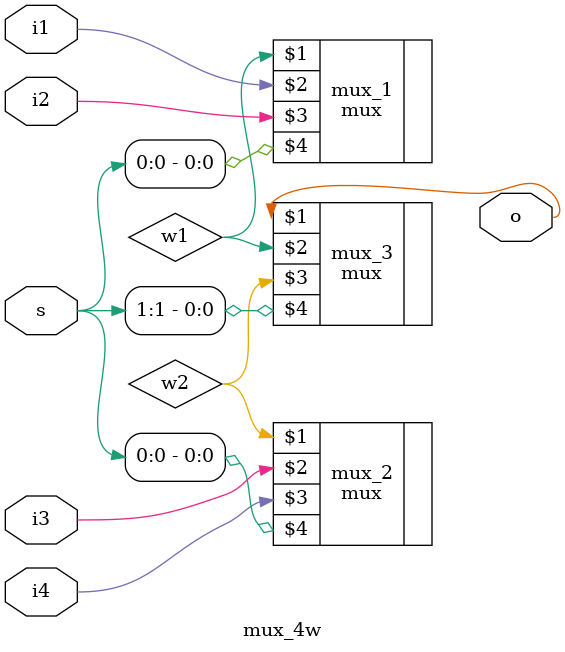
<source format=v>

module mux_4w(o,i1,i2,i3,i4,s);         //4x1 MUX
input i1,i2,i3,i4;
input [1:0]s;
output o;
wire w1,w2;

mux mux_1(w1,i1,i2,s[0]);
mux mux_2(w2,i3,i4,s[0]);
mux mux_3(o,w1,w2,s[1]);
endmodule

</source>
